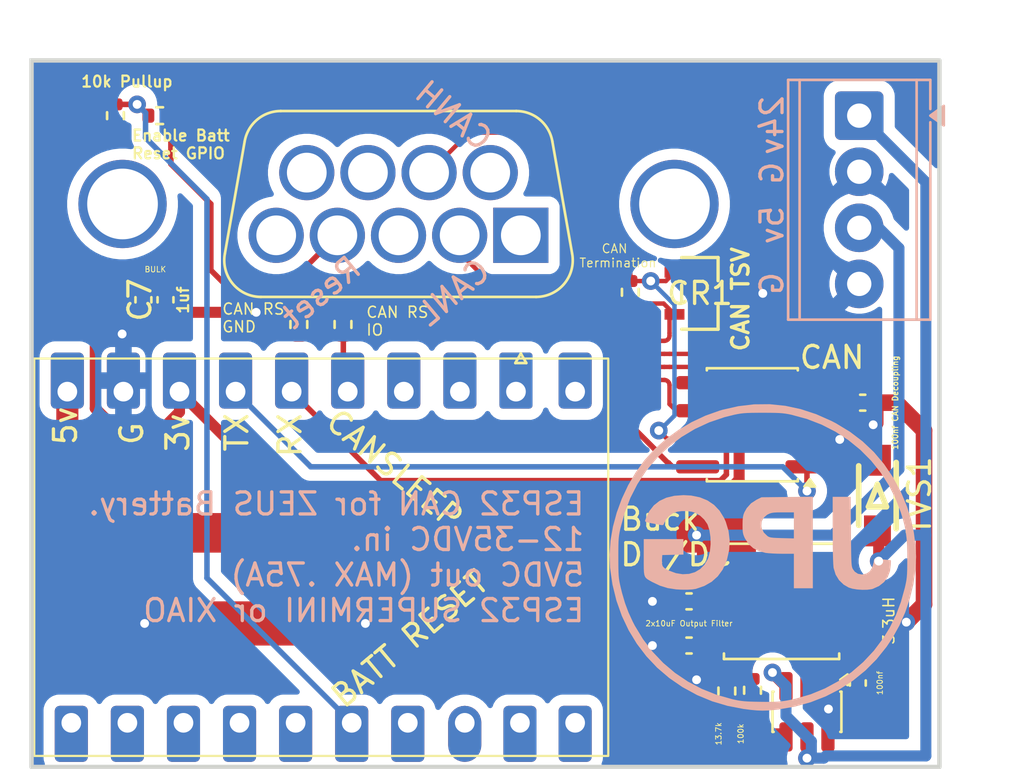
<source format=kicad_pcb>
(kicad_pcb (version 20241229) (generator "pcbnew") (generator_version "9.0")
  (layers (0 "F.Cu" signal) (2 "B.Cu" signal) (13 "F.Paste" user) (15 "B.Paste" user) (5 "F.SilkS" user "F.Silkscreen") (7 "B.SilkS" user "B.Silkscreen") (1 "F.Mask" user) (3 "B.Mask" user) (25 "Edge.Cuts" user))
  (net 0 "")
  (net 8 "Net-(U1-GPIO3)")
  (net 11 "GND")
  (net 12 "Net-(U1-GPIO18)")
  (net 16 "Net-(U1-3v3)")
  (net 23 "Net-(U2-Rs)")
  (net 24 "Net-(J2-Pin_1)")
  (net 25 "Net-(U3-SW)")
  (net 26 "Net-(U3-CB)")
  (net 27 "Net-(J1-Pad4)")
  (net 28 "Net-(U3-FB)")
  (net 29 "/CAN -")
  (net 30 "/CAN +")
  (net 31 "Net-(U1-GPIO20)")
  (net 33 "Net-(U1-GPIO19)")
  (net 35 "Net-(J2-Pin_3)")
  (footprint "Resistor_SMD:R_0402_1005Metric" (layer "F.Cu") (at 123.985387 57.457654 90)
    (property "Reference" "R2" (hide yes))
    (property "Value" "0R C17168")
    (pad "1" smd roundrect (at -0.51 0 90) (size 0.54 0.64) (layers "F.Cu" "F.Mask" "F.Paste") (net 23 "Net-(U2-Rs)"))
    (pad "2" smd roundrect (at 0.51 0 90) (size 0.54 0.64) (layers "F.Cu" "F.Mask" "F.Paste") (net 11 "GND"))
  )
  (footprint "Capacitor_SMD:C_0402_1005Metric_Pad0.74x0.62mm_HandSolder" (layer "F.Cu") (at 149.525 61 180)
    (property "Reference" "C6" (hide yes))
    (property "Value" "100nf" (hide yes))
    (pad "1" smd roundrect (at -0.5675 0 180) (size 0.735 0.62) (layers "F.Cu" "F.Mask" "F.Paste") (net 11 "GND"))
    (pad "2" smd roundrect (at 0.5675 0 180) (size 0.735 0.62) (layers "F.Cu" "F.Mask" "F.Paste") (net 16 "Net-(U1-3v3)"))
  )
  (footprint "Resistor_SMD:R_0402_1005Metric" (layer "F.Cu") (at 117.68 48)
    (property "Reference" "R5" (hide yes))
    (property "Value" "0R C17168")
    (pad "1" smd roundrect (at -0.51 0) (size 0.54 0.64) (layers "F.Cu" "F.Mask" "F.Paste") (net 8 "Net-(U1-GPIO3)"))
    (pad "2" smd roundrect (at 0.51 0) (size 0.54 0.64) (layers "F.Cu" "F.Mask" "F.Paste") (net 27 "Net-(J1-Pad4)"))
  )
  (footprint "Capacitor_SMD:C_0402_1005Metric_Pad0.74x0.62mm_HandSolder" (layer "F.Cu") (at 116.945985 56.339791 90)
    (property "Reference" "C4" (hide yes))
    (property "Value" "1uf" (at -0.013504 1.796712 90) (layer "F.SilkS") (effects (font (size 0.5 0.5) (thickness 0.1) (bold yes))))
    (pad "1" smd roundrect (at -0.5675 0 90) (size 0.735 0.62) (layers "F.Cu" "F.Mask" "F.Paste") (net 11 "GND"))
    (pad "2" smd roundrect (at 0.5675 0 90) (size 0.735 0.62) (layers "F.Cu" "F.Mask" "F.Paste") (net 16 "Net-(U1-3v3)"))
  )
  (footprint "Inductor_SMD:L_APV_ANR5040" (layer "F.Cu") (at 145.85 70)
    (property "Reference" "L1" (hide yes))
    (property "Value" "3.3uH C2849498" (hide yes))
    (pad "1" smd roundrect (at -1.85 0) (size 1.4 4.2) (layers "F.Cu" "F.Mask" "F.Paste") (roundrect_rratio 0.178571) (net 35 "Net-(J2-Pin_3)"))
    (pad "2" smd roundrect (at 1.85 0) (size 1.4 4.2) (layers "F.Cu" "F.Mask" "F.Paste") (roundrect_rratio 0.178571) (net 25 "Net-(U3-SW)"))
  )
  (footprint "Resistor_SMD:R_0402_1005Metric" (layer "F.Cu") (at 143.370781 74.059833 -90)
    (property "Reference" "R8" (hide yes))
    (property "Value" "13.7K C25854" (hide yes))
    (pad "1" smd roundrect (at -0.51 0 270) (size 0.54 0.64) (layers "F.Cu" "F.Mask" "F.Paste") (net 11 "GND"))
    (pad "2" smd roundrect (at 0.51 0 270) (size 0.54 0.64) (layers "F.Cu" "F.Mask" "F.Paste") (net 28 "Net-(U3-FB)"))
  )
  (footprint "Capacitor_SMD:C_0402_1005Metric_Pad0.74x0.62mm_HandSolder" (layer "F.Cu") (at 141.658883 72 180)
    (property "Reference" "C5" (hide yes))
    (property "Value" "10uf C15525" (hide yes))
    (fp_text user "2x10uF Output Filter" (at 0 1 0) (layer "F.SilkS") (effects (font (size 0.25 0.25) (thickness 0.04))))
    (pad "1" smd roundrect (at -0.5675 0 180) (size 0.735 0.62) (layers "F.Cu" "F.Mask" "F.Paste") (net 35 "Net-(J2-Pin_3)"))
    (pad "2" smd roundrect (at 0.5675 0 180) (size 0.735 0.62) (layers "F.Cu" "F.Mask" "F.Paste") (net 11 "GND"))
  )
  (footprint "Capacitor_SMD:C_0402_1005Metric_Pad0.74x0.62mm_HandSolder" (layer "F.Cu") (at 149.302617 73.697383 -90)
    (property "Reference" "C2" (hide yes))
    (property "Value" "100nf" (hide yes))
    (fp_text user "100nf" (at 0 -1 90) (layer "F.SilkS") (effects (font (size 0.25 0.25) (thickness 0.04))))
    (pad "1" smd roundrect (at -0.5675 0 270) (size 0.735 0.62) (layers "F.Cu" "F.Mask" "F.Paste") (net 25 "Net-(U3-SW)"))
    (pad "2" smd roundrect (at 0.5675 0 270) (size 0.735 0.62) (layers "F.Cu" "F.Mask" "F.Paste") (net 26 "Net-(U3-CB)"))
  )
  (footprint "JPGIndustriesCustom:SUPERMINI-ESP32C6-DIP" (layer "F.Cu") (at 112 77 90)
    (property "Reference" "U1" (hide yes))
    (property "Value" "XIAO-ESP32-C6/SUPERMini" (hide yes))
    (pad "1" thru_hole roundrect (at 16.5 1.5 90) (size 2.54 1.5) (drill 0.89 (offset 0.5 0)) (layers "*.Cu" "*.Mask") (roundrect_rratio 0.15) (net 35 "Net-(J2-Pin_3)"))
    (pad "2" thru_hole roundrect (at 16.5 4.04 90) (size 2.54 1.5) (drill 0.89 (offset 0.5 0)) (layers "*.Cu" "*.Mask") (roundrect_rratio 0.15) (net 11 "GND"))
    (pad "3" thru_hole roundrect (at 16.5 6.58 90) (size 2.54 1.5) (drill 0.89 (offset 0.5 0)) (layers "*.Cu" "*.Mask") (roundrect_rratio 0.15) (net 16 "Net-(U1-3v3)"))
    (pad "4" thru_hole roundrect (at 16.5 9.12 90) (size 2.54 1.5) (drill 0.89 (offset 0.5 0)) (layers "*.Cu" "*.Mask") (roundrect_rratio 0.15) (net 31 "Net-(U1-GPIO20)"))
    (pad "5" thru_hole roundrect (at 16.5 11.66 90) (size 2.54 1.5) (drill 0.89 (offset 0.5 0)) (layers "*.Cu" "*.Mask") (roundrect_rratio 0.15) (net 33 "Net-(U1-GPIO19)"))
    (pad "6" thru_hole roundrect (at 16.5 14.2 90) (size 2.54 1.5) (drill 0.89 (offset 0.5 0)) (layers "*.Cu" "*.Mask") (roundrect_rratio 0.15) (net 12 "Net-(U1-GPIO18)"))
    (pad "7" thru_hole roundrect (at 16.5 16.74 90) (size 2.54 1.5) (drill 0.89 (offset 0.5 0)) (layers "*.Cu" "*.Mask") (roundrect_rratio 0.15))
    (pad "8" thru_hole roundrect (at 16.5 19.28 90) (size 2.54 1.5) (drill 0.89 (offset 0.5 0)) (layers "*.Cu" "*.Mask") (roundrect_rratio 0.15))
    (pad "9" thru_hole roundrect (at 16.5 21.82 90) (size 2.54 1.5) (drill 0.89 (offset 0.5 0)) (layers "*.Cu" "*.Mask") (roundrect_rratio 0.1))
    (pad "10" thru_hole roundrect (at 16.5 24.5 90) (size 2.54 1.5) (drill 0.89 (offset 0.5 0)) (layers "*.Cu" "*.Mask") (roundrect_rratio 0.15))
    (pad "11" thru_hole roundrect (at 1.5 1.68 90) (size 2.54 1.5) (drill 0.89 (offset -0.5 0)) (layers "*.Cu" "*.Mask") (roundrect_rratio 0.15))
    (pad "12" thru_hole roundrect (at 1.5 4.22 90) (size 2.54 1.5) (drill 0.89 (offset -0.5 0)) (layers "*.Cu" "*.Mask") (roundrect_rratio 0.15))
    (pad "13" thru_hole roundrect (at 1.5 6.76 90) (size 2.54 1.5) (drill 0.89 (offset -0.5 0)) (layers "*.Cu" "*.Mask") (roundrect_rratio 0.15))
    (pad "14" thru_hole roundrect (at 1.5 9.3 90) (size 2.54 1.5) (drill 0.89 (offset -0.5 0)) (layers "*.Cu" "*.Mask") (roundrect_rratio 0.15))
    (pad "15" thru_hole roundrect (at 1.5 11.84 90) (size 2.54 1.5) (drill 0.89 (offset -0.5 0)) (layers "*.Cu" "*.Mask") (roundrect_rratio 0.15))
    (pad "16" thru_hole roundrect (at 1.5 14.38 90) (size 2.54 1.5) (drill 0.89 (offset -0.5 0)) (layers "*.Cu" "*.Mask") (roundrect_rratio 0.15) (net 8 "Net-(U1-GPIO3)"))
    (pad "17" thru_hole roundrect (at 1.5 16.92 90) (size 2.54 1.5) (drill 0.89 (offset -0.5 0)) (layers "*.Cu" "*.Mask") (roundrect_rratio 0.15))
    (pad "18" thru_hole roundrect (at 1.5 19.5 90) (size 2.54 1.5) (drill 0.89 (offset -0.5 0)) (layers "*.Cu" "*.Mask") (roundrect_rratio 0.5))
    (pad "19" thru_hole roundrect (at 1.5 22 90) (size 2.54 1.5) (drill 0.89 (offset -0.5 0)) (layers "*.Cu" "*.Mask") (roundrect_rratio 0.15))
    (pad "20" thru_hole roundrect (at 1.5 24.5 90) (size 2.54 1.5) (drill 0.89 (offset -0.5 0)) (layers "*.Cu" "*.Mask") (roundrect_rratio 0.15))
  )
  (footprint "Resistor_SMD:R_0402_1005Metric" (layer "F.Cu") (at 144.534671 74.02634 90)
    (property "Reference" "R7" (hide yes))
    (property "Value" "100K C25741" (hide yes))
    (pad "1" smd roundrect (at -0.51 0 90) (size 0.54 0.64) (layers "F.Cu" "F.Mask" "F.Paste") (net 28 "Net-(U3-FB)"))
    (pad "2" smd roundrect (at 0.51 0 90) (size 0.54 0.64) (layers "F.Cu" "F.Mask" "F.Paste") (net 35 "Net-(J2-Pin_3)"))
  )
  (footprint "Resistor_SMD:R_0402_1005Metric" (layer "F.Cu") (at 115.68 48 -90)
    (property "Reference" "R6" (hide yes))
    (property "Value" "10K C25744")
    (pad "1" smd roundrect (at -0.51 0 270) (size 0.54 0.64) (layers "F.Cu" "F.Mask" "F.Paste") (net 8 "Net-(U1-GPIO3)"))
    (pad "2" smd roundrect (at 0.51 0 270) (size 0.54 0.64) (layers "F.Cu" "F.Mask" "F.Paste") (net 16 "Net-(U1-3v3)"))
  )
  (footprint "Capacitor_SMD:C_0402_1005Metric_Pad0.74x0.62mm_HandSolder" (layer "F.Cu") (at 117.945985 56.339791 90)
    (property "Reference" "C7" (at 0 -1.16 90) (layer "F.SilkS"))
    (property "Value" "1uf C52923" (hide yes))
    (pad "1" smd roundrect (at -0.5675 0 90) (size 0.735 0.62) (layers "F.Cu" "F.Mask" "F.Paste") (net 11 "GND"))
    (pad "2" smd roundrect (at 0.5675 0 90) (size 0.735 0.62) (layers "F.Cu" "F.Mask" "F.Paste") (net 16 "Net-(U1-3v3)"))
  )
  (footprint "Resistor_SMD:R_0402_1005Metric" (layer "F.Cu") (at 139 56 -90)
    (property "Reference" "R3" (hide yes))
    (property "Value" "120R C25079" (hide yes))
    (pad "1" smd roundrect (at -0.51 0 270) (size 0.54 0.64) (layers "F.Cu" "F.Mask" "F.Paste") (net 30 "/CAN +"))
    (pad "2" smd roundrect (at 0.51 0 270) (size 0.54 0.64) (layers "F.Cu" "F.Mask" "F.Paste") (net 29 "/CAN -"))
  )
  (footprint "Package_SO:SOIC-8_3.9x4.9mm_P1.27mm" (layer "F.Cu") (at 144.525 62 180)
    (property "Reference" "U2" (hide yes))
    (property "Value" "SN65HVD230DR" (hide yes))
    (pad "1" smd roundrect (at -2.475 -1.905 180) (size 1.95 0.6) (layers "F.Cu" "F.Mask" "F.Paste") (net 31 "Net-(U1-GPIO20)"))
    (pad "2" smd roundrect (at -2.475 -0.635 180) (size 1.95 0.6) (layers "F.Cu" "F.Mask" "F.Paste") (net 11 "GND"))
    (pad "3" smd roundrect (at -2.475 0.635 180) (size 1.95 0.6) (layers "F.Cu" "F.Mask" "F.Paste") (net 16 "Net-(U1-3v3)"))
    (pad "4" smd roundrect (at -2.475 1.905 180) (size 1.95 0.6) (layers "F.Cu" "F.Mask" "F.Paste") (net 33 "Net-(U1-GPIO19)"))
    (pad "5" smd roundrect (at 2.475 1.905 180) (size 1.95 0.6) (layers "F.Cu" "F.Mask" "F.Paste"))
    (pad "6" smd roundrect (at 2.475 0.635 180) (size 1.95 0.6) (layers "F.Cu" "F.Mask" "F.Paste") (net 29 "/CAN -"))
    (pad "7" smd roundrect (at 2.475 -0.635 180) (size 1.95 0.6) (layers "F.Cu" "F.Mask" "F.Paste") (net 30 "/CAN +"))
    (pad "8" smd roundrect (at 2.475 -1.905 180) (size 1.95 0.6) (layers "F.Cu" "F.Mask" "F.Paste") (net 23 "Net-(U2-Rs)"))
  )
  (footprint "Resistor_SMD:R_0402_1005Metric" (layer "F.Cu") (at 125.985387 57.457654 -90)
    (property "Reference" "R1" (hide yes))
    (property "Value" "0R C17168")
    (pad "1" smd roundrect (at -0.51 0 270) (size 0.54 0.64) (layers "F.Cu" "F.Mask" "F.Paste") (net 23 "Net-(U2-Rs)"))
    (pad "2" smd roundrect (at 0.51 0 270) (size 0.54 0.64) (layers "F.Cu" "F.Mask" "F.Paste") (net 12 "Net-(U1-GPIO18)"))
  )
  (footprint "Connector_Dsub:DSUB-9_Pins_Vertical_P2.77x2.84mm_MountingHoles" (layer "F.Cu") (at 134.04 53.42 180)
    (property "Reference" "J1")
    (property "Value" "DE9_Pins")
    (pad "0" thru_hole circle (at -6.96 1.42 180) (size 4 4) (drill 3.2) (layers "*.Cu" "*.Mask"))
    (pad "0" thru_hole circle (at 18.04 1.42 180) (size 4 4) (drill 3.2) (layers "*.Cu" "*.Mask"))
    (pad "1" thru_hole rect (at 0 0 180) (size 2.5 2.5) (drill 1.8) (layers "*.Cu" "*.Mask"))
    (pad "2" thru_hole circle (at 2.77 0 180) (size 2.5 2.5) (drill 1.8) (layers "*.Cu" "*.Mask") (net 29 "/CAN -"))
    (pad "3" thru_hole circle (at 5.54 0 180) (size 2.5 2.5) (drill 1.8) (layers "*.Cu" "*.Mask"))
    (pad "4" thru_hole circle (at 8.31 0 180) (size 2.5 2.5) (drill 1.8) (layers "*.Cu" "*.Mask") (net 27 "Net-(J1-Pad4)"))
    (pad "5" thru_hole circle (at 11.08 0 180) (size 2.5 2.5) (drill 1.8) (layers "*.Cu" "*.Mask"))
    (pad "6" thru_hole circle (at 1.385 2.84 180) (size 2.5 2.5) (drill 1.8) (layers "*.Cu" "*.Mask"))
    (pad "7" thru_hole circle (at 4.155 2.84 180) (size 2.5 2.5) (drill 1.8) (layers "*.Cu" "*.Mask") (net 30 "/CAN +"))
    (pad "8" thru_hole circle (at 6.925 2.84 180) (size 2.5 2.5) (drill 1.8) (layers "*.Cu" "*.Mask"))
    (pad "9" thru_hole circle (at 9.695 2.84 180) (size 2.5 2.5) (drill 1.8) (layers "*.Cu" "*.Mask"))
  )
  (footprint "JPGIndustriesCustom:TVS SOD-123FL_L3.0-W1.8-LS3.7-RD C918843" (layer "F.Cu") (at 150.192818 65.207182 -90)
    (property "Reference" "TVS1" (at 0 -1.9005 90) (layer "F.SilkS"))
    (property "Value" "24v TVS C918843" (hide yes))
    (pad "1" smd rect (at -1.6 0 270) (size 1.4 1.219) (layers "F.Cu" "F.Mask" "F.Paste") (net 11 "GND"))
    (pad "2" smd rect (at 1.6 0 270) (size 1.4 1.219) (layers "F.Cu" "F.Mask" "F.Paste") (net 24 "Net-(J2-Pin_1)"))
  )
  (footprint "PESD:SOT23_PESD1_NEX" (layer "F.Cu") (at 142.14935 56.049999)
    (property "Reference" "CR1" (at 0 0 0) (layer "F.SilkS"))
    (property "Value" "PESD1CAN_215 C284094" (hide yes))
    (fp_text user "*" (at -1.40335 -2.5756 0) (layer "F.SilkS"))
    (fp_text user "*" (at -1.40335 -2.5756 0) (layer "F.SilkS"))
    (pad "1" smd rect (at -1.14935 -0.950001) (size 0.9017 0.4826) (layers "F.Cu" "F.Mask" "F.Paste") (net 30 "/CAN +"))
    (pad "2" smd rect (at -1.14935 0.950001) (size 0.9017 0.4826) (layers "F.Cu" "F.Mask" "F.Paste") (net 29 "/CAN -"))
    (pad "3" smd rect (at 1.14935 0) (size 0.9017 0.4826) (layers "F.Cu" "F.Mask" "F.Paste") (net 11 "GND"))
  )
  (footprint "Package_TO_SOT_SMD:SOT-23-6" (layer "F.Cu") (at 147 75 -90)
    (property "Reference" "U3" (hide yes))
    (property "Value" "LMR51430YDDCR" (hide yes))
    (pad "1" smd roundrect (at -1.1375 -0.95 270) (size 1.325 0.6) (layers "F.Cu" "F.Mask" "F.Paste") (net 11 "GND"))
    (pad "2" smd roundrect (at -1.1375 0 270) (size 1.325 0.6) (layers "F.Cu" "F.Mask" "F.Paste") (net 25 "Net-(U3-SW)"))
    (pad "3" smd roundrect (at -1.1375 0.95 270) (size 1.325 0.6) (layers "F.Cu" "F.Mask" "F.Paste") (net 24 "Net-(J2-Pin_1)"))
    (pad "4" smd roundrect (at 1.1375 0.95 270) (size 1.325 0.6) (layers "F.Cu" "F.Mask" "F.Paste") (net 28 "Net-(U3-FB)"))
    (pad "5" smd roundrect (at 1.1375 0 270) (size 1.325 0.6) (layers "F.Cu" "F.Mask" "F.Paste") (net 24 "Net-(J2-Pin_1)"))
    (pad "6" smd roundrect (at 1.1375 -0.95 270) (size 1.325 0.6) (layers "F.Cu" "F.Mask" "F.Paste") (net 26 "Net-(U3-CB)"))
  )
  (footprint "Capacitor_SMD:C_0402_1005Metric_Pad0.74x0.62mm_HandSolder" (layer "F.Cu") (at 141.658883 70 180)
    (property "Reference" "C3" (hide yes))
    (property "Value" "10uf C15525" (hide yes))
    (pad "1" smd roundrect (at -0.5675 0 180) (size 0.735 0.62) (layers "F.Cu" "F.Mask" "F.Paste") (net 35 "Net-(J2-Pin_3)"))
    (pad "2" smd roundrect (at 0.5675 0 180) (size 0.735 0.62) (layers "F.Cu" "F.Mask" "F.Paste") (net 11 "GND"))
  )
  (footprint "TerminalBlock_Phoenix:TerminalBlock_Phoenix_MPT-0,5-4-2.54_1x04_P2.54mm_Horizontal" (layer "B.Cu") (at 149.3675 48 -90)
    (property "Reference" "J2" (hide yes))
    (property "Value" "Screw_Terminal_01x04")
    (pad "1" thru_hole roundrect (at 0 0 270) (size 2.2 2.2) (drill 1.1) (layers "*.Cu" "*.Mask") (roundrect_rratio 0.113636) (net 24 "Net-(J2-Pin_1)"))
    (pad "2" thru_hole circle (at 2.54 0 270) (size 2.2 2.2) (drill 1.1) (layers "*.Cu" "*.Mask") (net 11 "GND"))
    (pad "3" thru_hole circle (at 5.08 0 270) (size 2.2 2.2) (drill 1.1) (layers "*.Cu" "*.Mask") (net 35 "Net-(J2-Pin_3)"))
    (pad "4" thru_hole circle (at 7.62 0 270) (size 2.2 2.2) (drill 1.1) (layers "*.Cu" "*.Mask") (net 11 "GND"))
  )
  (footprint "LOGO" (layer "B.Cu") (at 145 68 180)
    (property "Reference" "G***" (hide yes))
    (property "Value" "LOGO" (hide yes))
  )
  (gr_rect (start 111.8793 45.5) (end 153 77.5) (stroke (width 0.2)) (fill no) (layer "Edge.Cuts"))
  (gr_text "10k Pullup" (at 114.075 46.75 0) (layer "F.SilkS") (effects (font (size 0.5 0.5) (thickness 0.1) (bold yes)) (justify left bottom)))
  (gr_text "Enable Batt \nReset GPIO" (at 116.373629 50 0) (layer "F.SilkS") (effects (font (size 0.5 0.5) (thickness 0.1) (bold yes)) (justify left bottom)))
  (gr_text "BATT RESET\n" (at 126 75 40) (layer "F.SilkS") (effects (font (size 1 1)) (justify left bottom)))
  (gr_text "100k" (at 144 76 90) (layer "F.SilkS") (effects (font (size 0.25 0.25) (thickness 0.04))))
  (gr_text "CAN\n" (at 146.585 59.535 0) (layer "F.SilkS") (effects (font (size 1 1)) (justify left bottom)))
  (gr_text "RX" (at 124.168064 63.548064 90) (layer "F.SilkS") (effects (font (size 1 1)) (justify left bottom)))
  (gr_text "CAN RS \nGND" (at 120.474927 57.854557 0) (layer "F.SilkS") (effects (font (size 0.5 0.5) (thickness 0.07)) (justify left bottom)))
  (gr_text "13.7k" (at 143 76 90) (layer "F.SilkS") (effects (font (size 0.25 0.25) (thickness 0.04))))
  (gr_text "G" (at 117 63 90) (layer "F.SilkS") (effects (font (size 1 1)) (justify left bottom)))
  (gr_text "TX" (at 121.761556 63.300764 90) (layer "F.SilkS") (effects (font (size 1 1)) (justify left bottom)))
  (gr_text "CAN TSV" (at 144.43 58.75 90) (layer "F.SilkS") (effects (font (size 0.75 0.75)) (justify left bottom)))
  (gr_text "CAN RS \nIO" (at 127 58 0) (layer "F.SilkS") (effects (font (size 0.5 0.5) (thickness 0.07)) (justify left bottom)))
  (gr_text "CANSLEEP" (at 125 62 320) (layer "F.SilkS") (effects (font (size 1 1)) (justify left bottom)))
  (gr_text "BULK" (at 117.485985 54.962424 0) (layer "F.SilkS") (effects (font (size 0.25 0.25) (thickness 0.04))))
  (gr_text "3v" (at 119.090055 63.30961 90) (layer "F.SilkS") (effects (font (size 1 1)) (justify left bottom)))
  (gr_text "Buck\nDC/DC" (at 138.458726 68.470359 0) (layer "F.SilkS") (effects (font (size 1 1)) (justify left bottom)))
  (gr_text "100nf CAN Decoupling\n" (at 151 61 90) (layer "F.SilkS") (effects (font (size 0.25 0.25) (thickness 0.0525) (bold yes))))
  (gr_text "5v" (at 114 63 90) (layer "F.SilkS") (effects (font (size 1 1)) (justify left bottom)))
  (gr_text "3.3uH\n" (at 151 72 90) (layer "F.SilkS") (effects (font (size 0.5 0.5) (thickness 0.07)) (justify left bottom)))
  (gr_text "CAN \nTermination" (at 138.437732 54.346063 0) (layer "F.SilkS") (effects (font (size 0.4 0.4) (thickness 0.05))))
  (gr_text "G" (at 146 50 90) (layer "B.SilkS") (effects (font (size 1 1)) (justify left bottom mirror)))
  (gr_text "24v" (at 146 47 90) (layer "B.SilkS") (effects (font (size 1 1)) (justify left bottom mirror)))
  (gr_text "5v\n" (at 146 52 90) (layer "B.SilkS") (effects (font (size 1 1)) (justify left bottom mirror)))
  (gr_text "CANH" (at 131 48 320) (layer "B.SilkS") (effects (font (size 1 1)) (justify mirror)))
  (gr_text "G" (at 146 55 90) (layer "B.SilkS") (effects (font (size 1 1)) (justify left bottom mirror)))
  (gr_text "ESP32 CAN for ZEUS Battery. \n12-35VDC in. \n5VDC out (MAX .75A)\nESP32 SUPERMINI or XIAO" (at 137 71 0) (layer "B.SilkS") (effects (font (size 1 1)) (justify left bottom mirror)))
  (gr_text "Reset" (at 125 56 40) (layer "B.SilkS") (effects (font (size 1 1)) (justify mirror)))
  (gr_text "CANL" (at 131 56 40) (layer "B.SilkS") (effects (font (size 1 1)) (justify mirror)))
  (segment (start 116.66 47.49) (end 117.17 48) (width 0.25) (layer "F.Cu") (net 8))
  (segment (start 115.68 47.49) (end 116.66 47.49) (width 0.25) (layer "F.Cu") (net 8))
  (via (at 116.66 47.49) (size 0.8) (drill 0.4) (layers "F.Cu" "B.Cu") (net 8))
  (segment (start 117.0421 47.8721) (end 117.0421 49) (width 0.25) (layer "B.Cu") (net 8))
  (segment (start 117.0421 49) (end 119.824154 51.782054) (width 0.25) (layer "B.Cu") (net 8))
  (segment (start 119.824154 68.944154) (end 126.38 75.5) (width 0.25) (layer "B.Cu") (net 8))
  (segment (start 116.66 47.49) (end 117.0421 47.8721) (width 0.25) (layer "B.Cu") (net 8))
  (segment (start 119.824154 51.782054) (end 119.824154 68.944154) (width 0.25) (layer "B.Cu") (net 8))
  (segment (start 150 63.414364) (end 150.192818 63.607182) (width 0.75) (layer "F.Cu") (net 11))
  (segment (start 150.0925 61.9075) (end 150 62) (width 0.75) (layer "F.Cu") (net 11))
  (segment (start 122.052734 56.907291) (end 117.945985 56.907291) (width 0.5) (layer "F.Cu") (net 11))
  (segment (start 140 72) (end 141.091383 72) (width 0.5) (layer "F.Cu") (net 11))
  (segment (start 152.301629 62.255379) (end 151.04625 61) (width 0.75) (layer "F.Cu") (net 11))
  (segment (start 150.0925 61) (end 150.0925 61.9075) (width 0.75) (layer "F.Cu") (net 11))
  (segment (start 147.95 73.8625) (end 147.95 74.851148) (width 0.7) (layer "F.Cu") (net 11))
  (segment (start 147.031187 62.666187) (end 147 62.635) (width 0.25) (layer "F.Cu") (net 11))
  (segment (start 123.945024 56.907291) (end 123.985387 56.947654) (width 0.5) (layer "F.Cu") (net 11))
  (segment (start 150 62) (end 150 63.414364) (width 0.75) (layer "F.Cu") (net 11))
  (segment (start 151.5 70.941215) (end 152.301629 70.139586) (width 0.75) (layer "F.Cu") (net 11))
  (segment (start 152.301629 70.139586) (end 152.301629 62.255379) (width 0.75) (layer "F.Cu") (net 11))
  (segment (start 148.937501 56.049999) (end 148.9875 56) (width 0.25) (layer "F.Cu") (net 11))
  (segment (start 115.981864 57.888236) (end 115.981864 57.871412) (width 0.5) (layer "F.Cu") (net 11))
  (segment (start 140 70) (end 141.091383 70) (width 0.5) (layer "F.Cu") (net 11))
  (segment (start 115.981864 57.871412) (end 116.945985 56.907291) (width 0.5) (layer "F.Cu") (net 11))
  (segment (start 142 73.549833) (end 143.370781 73.549833) (width 0.5) (layer "F.Cu") (net 11))
  (segment (start 116.945985 56.907291) (end 117.945985 56.907291) (width 0.5) (layer "F.Cu") (net 11))
  (segment (start 117 71) (end 127 71) (width 2) (layer "F.Cu") (net 11))
  (segment (start 149.3675 50.410625) (end 149.3675 50.54) (width 0.5) (layer "F.Cu") (net 11))
  (segment (start 145 56.049999) (end 143.2987 56.049999) (width 0.25) (layer "F.Cu") (net 11))
  (segment (start 122.052734 56.907291) (end 123.945024 56.907291) (width 0.5) (layer "F.Cu") (net 11))
  (segment (start 148.484867 62.666187) (end 147.031187 62.666187) (width 0.25) (layer "F.Cu") (net 11))
  (segment (start 151.04625 61) (end 150.0925 61) (width 0.75) (layer "F.Cu") (net 11))
  (segment (start 148.9875 56) (end 149.3675 55.62) (width 0.5) (layer "F.Cu") (net 11))
  (segment (start 115.981864 60.441864) (end 116.04 60.5) (width 0.5) (layer "F.Cu") (net 11))
  (segment (start 147.95 74.851148) (end 147.973852 74.875) (width 0.7) (layer "F.Cu") (net 11))
  (segment (start 115.981864 57.888236) (end 115.981864 60.441864) (width 0.5) (layer "F.Cu") (net 11))
  (via (at 148.484867 62.666187) (size 0.8) (drill 0.4) (layers "F.Cu" "B.Cu") (net 11))
  (via (at 140 72) (size 0.8) (drill 0.4) (layers "F.Cu" "B.Cu") (net 11))
  (via (at 150 62) (size 0.8) (drill 0.4) (layers "F.Cu" "B.Cu") (net 11))
  (via (at 145 56.049999) (size 0.8) (drill 0.4) (layers "F.Cu" "B.Cu") (net 11))
  (via (at 140 70) (size 0.8) (drill 0.4) (layers "F.Cu" "B.Cu") (net 11))
  (via (at 122.052734 56.907291) (size 0.8) (drill 0.4) (layers "F.Cu" "B.Cu") (net 11))
  (via (at 151.5 70.941215) (size 0.8) (drill 0.4) (layers "F.Cu" "B.Cu") (net 11))
  (via (at 115.981864 57.888236) (size 0.8) (drill 0.4) (layers "F.Cu" "B.Cu") (net 11))
  (via (at 127 71) (size 0.8) (drill 0.4) (layers "F.Cu" "B.Cu") (net 11))
  (via (at 147.973852 74.875) (size 0.8) (drill 0.4) (layers "F.Cu" "B.Cu") (net 11))
  (via (at 117 71) (size 0.8) (drill 0.4) (layers "F.Cu" "B.Cu") (net 11))
  (via (at 142 73.549833) (size 0.8) (drill 0.4) (layers "F.Cu" "B.Cu") (net 11))
  (segment (start 117 70.92) (end 117 71) (width 1) (layer "B.Cu") (net 11))
  (segment (start 126 60.3) (end 126.2 60.5) (width 0.25) (layer "F.Cu") (net 12))
  (segment (start 126 58.19) (end 126 60.3) (width 0.25) (layer "F.Cu") (net 12))
  (segment (start 126.2 59.2) (end 126 59) (width 0.25) (layer "B.Cu") (net 12))
  (segment (start 115.234443 56.719557) (end 114.943557 56.719557) (width 0.5) (layer "F.Cu") (net 16))
  (segment (start 118.58 61.42) (end 117 63) (width 0.5) (layer "F.Cu") (net 16))
  (segment (start 115.49 48.51) (end 115.68 48.51) (width 0.25) (layer "F.Cu") (net 16))
  (segment (start 114.943557 56.719557) (end 113.6553 55.4313) (width 0.5) (layer "F.Cu") (net 16))
  (segment (start 116.945985 55.772291) (end 117.945985 55.772291) (width 0.5) (layer "F.Cu") (net 16))
  (segment (start 116.507758 63) (end 114.764917 61.257159) (width 0.5) (layer "F.Cu") (net 16))
  (segment (start 147 61.365) (end 145.635 61.365) (width 0.5) (layer "F.Cu") (net 16))
  (segment (start 113 54.776) (end 113 51) (width 0.25) (layer "F.Cu") (net 16))
  (segment (start 145.635 61.365) (end 143.927 63.073) (width 0.5) (layer "F.Cu") (net 16))
  (segment (start 117 63) (end 116.507758 63) (width 0.5) (layer "F.Cu") (net 16))
  (segment (start 114.764917 61.257159) (end 114.764917 57.189083) (width 0.5) (layer "F.Cu") (net 16))
  (segment (start 123.187 65.107) (end 118.58 60.5) (width 0.5) (layer "F.Cu") (net 16))
  (segment (start 147.365 61) (end 147 61.365) (width 0.5) (layer "F.Cu") (net 16))
  (segment (start 143.314909 65.107) (end 123.187 65.107) (width 0.5) (layer "F.Cu") (net 16))
  (segment (start 114.977 56.977) (end 116.181709 55.772291) (width 0.5) (layer "F.Cu") (net 16))
  (segment (start 114.764917 57.189083) (end 114.977 56.977) (width 0.5) (layer "F.Cu") (net 16))
  (segment (start 114.977 56.977) (end 115.234443 56.719557) (width 0.5) (layer "F.Cu") (net 16))
  (segment (start 118.58 60.5) (end 118.58 61.42) (width 0.5) (layer "F.Cu") (net 16))
  (segment (start 116.181709 55.772291) (end 116.945985 55.772291) (width 0.5) (layer "F.Cu") (net 16))
  (segment (start 143.927 63.073) (end 143.927 64.49491) (width 0.5) (layer "F.Cu") (net 16))
  (segment (start 143.927 64.49491) (end 143.314909 65.107) (width 0.5) (layer "F.Cu") (net 16))
  (segment (start 113.6553 55.4313) (end 113 54.776) (width 0.25) (layer "F.Cu") (net 16))
  (segment (start 148.9575 61) (end 147.365 61) (width 0.5) (layer "F.Cu") (net 16))
  (segment (start 113 51) (end 115.49 48.51) (width 0.25) (layer "F.Cu") (net 16))
  (segment (start 140.726 63.726) (end 140.69928 63.726) (width 0.25) (layer "F.Cu") (net 23))
  (segment (start 125.005387 56.947654) (end 123.985387 57.967654) (width 0.25) (layer "F.Cu") (net 23))
  (segment (start 140.905 63.905) (end 140.726 63.726) (width 0.25) (layer "F.Cu") (net 23))
  (segment (start 140.69928 63.726) (end 140.274 63.30072) (width 0.25) (layer "F.Cu") (net 23))
  (segment (start 142.05 63.905) (end 140.905 63.905) (width 0.25) (layer "F.Cu") (net 23))
  (segment (start 126.726283 56.947654) (end 125.985387 56.947654) (width 0.25) (layer "F.Cu") (net 23))
  (segment (start 140.274 63.274) (end 138.275313 61.275313) (width 0.25) (layer "F.Cu") (net 23))
  (segment (start 138.275313 57.651689) (end 127.430318 57.651689) (width 0.25) (layer "F.Cu") (net 23))
  (segment (start 138.275313 61.275313) (end 138.275313 57.651689) (width 0.25) (layer "F.Cu") (net 23))
  (segment (start 140.274 63.30072) (end 140.274 63.274) (width 0.25) (layer "F.Cu") (net 23))
  (segment (start 125.985387 56.947654) (end 125.005387 56.947654) (width 0.25) (layer "F.Cu") (net 23))
  (segment (start 127.430318 57.651689) (end 126.726283 56.947654) (width 0.25) (layer "F.Cu") (net 23))
  (segment (start 150.249337 68.175654) (end 150.249337 66.863701) (width 0.5) (layer "F.Cu") (net 24))
  (segment (start 150.249337 66.863701) (end 150.192818 66.807182) (width 0.5) (layer "F.Cu") (net 24))
  (segment (start 145.437349 73.221863) (end 145.437349 73.249849) (width 0.5) (layer "F.Cu") (net 24))
  (segment (start 145.437349 73.249849) (end 146.05 73.8625) (width 0.5) (layer "F.Cu") (net 24))
  (segment (start 147 77.1) (end 147 76.1375) (width 0.5) (layer "F.Cu") (net 24))
  (via (at 147 77.1) (size 0.8) (drill 0.4) (layers "F.Cu" "B.Cu") (net 24))
  (via (at 145.437349 73.221863) (size 0.8) (drill 0.4) (layers "F.Cu" "B.Cu") (net 24))
  (via (at 150.249337 68.175654) (size 0.8) (drill 0.4) (layers "F.Cu" "B.Cu") (net 24))
  (segment (start 146.05 73.834514) (end 146.05 75.1875) (width 0.5) (layer "B.Cu") (net 24))
  (segment (start 145.437349 73.221863) (end 146.05 73.834514) (width 0.5) (layer "B.Cu") (net 24))
  (segment (start 151.424991 67) (end 150.249337 68.175654) (width 0.5) (layer "B.Cu") (net 24))
  (segment (start 147 77.1) (end 147.7625 77.1) (width 0.5) (layer "B.Cu") (net 24))
  (segment (start 147.8625 77) (end 152.384921 77) (width 0.5) (layer "B.Cu") (net 24))
  (segment (start 147.7625 77.1) (end 147.8625 77) (width 0.5) (layer "B.Cu") (net 24))
  (segment (start 152.384921 51.017421) (end 149.3675 48) (width 0.5) (layer "B.Cu") (net 24))
  (segment (start 147.19877 76.90123) (end 147 77.1) (width 0.5) (layer "B.Cu") (net 24))
  (segment (start 146.05 75.1875) (end 147.19877 76.33627) (width 0.5) (layer "B.Cu") (net 24))
  (segment (start 152.384921 67) (end 152.384921 51.017421) (width 0.5) (layer "B.Cu") (net 24))
  (segment (start 147.19877 76.33627) (end 147.19877 76.90123) (width 0.5) (layer "B.Cu") (net 24))
  (segment (start 152.384921 77) (end 152.384921 67) (width 0.5) (layer "B.Cu") (net 24))
  (segment (start 152.384921 67) (end 151.424991 67) (width 0.5) (layer "B.Cu") (net 24))
  (segment (start 147.7 70) (end 148 70.3) (width 0.25) (layer "F.Cu") (net 25))
  (segment (start 147 70.7) (end 147 73.8625) (width 0.25) (layer "F.Cu") (net 25))
  (segment (start 148 72) (end 148.172734 72) (width 0.25) (layer "F.Cu") (net 25))
  (segment (start 148.172734 72) (end 149.302617 73.129883) (width 0.25) (layer "F.Cu") (net 25))
  (segment (start 148 70.3) (end 148 72) (width 0.25) (layer "F.Cu") (net 25))
  (segment (start 147.7 70) (end 147 70.7) (width 0.25) (layer "F.Cu") (net 25))
  (segment (start 149.302617 74.264883) (end 149.302617 74.784883) (width 0.25) (layer "F.Cu") (net 26))
  (segment (start 149.302617 74.784883) (end 147.95 76.1375) (width 0.25) (layer "F.Cu") (net 26))
  (segment (start 125.73 53.42) (end 123.558513 55.591487) (width 0.25) (layer "F.Cu") (net 27))
  (segment (start 120 55) (end 120 52) (width 0.25) (layer "F.Cu") (net 27))
  (segment (start 123.558513 55.591487) (end 120.591487 55.591487) (width 0.25) (layer "F.Cu") (net 27))
  (segment (start 118.19 50.19) (end 118.19 48) (width 0.25) (layer "F.Cu") (net 27))
  (segment (start 120.591487 55.591487) (end 120 55) (width 0.25) (layer "F.Cu") (net 27))
  (segment (start 120 52) (end 118.19 50.19) (width 0.25) (layer "F.Cu") (net 27))
  (segment (start 145.998331 76) (end 146.05 76.051669) (width 0.5) (layer "F.Cu") (net 28))
  (segment (start 144.534671 75.534671) (end 144.534671 74.53634) (width 0.5) (layer "F.Cu") (net 28))
  (segment (start 143.404274 74.53634) (end 143.370781 74.569833) (width 0.5) (layer "F.Cu") (net 28))
  (segment (start 145 76) (end 145.998331 76) (width 0.5) (layer "F.Cu") (net 28))
  (segment (start 145 76) (end 144.534671 75.534671) (width 0.5) (layer "F.Cu") (net 28))
  (segment (start 146.05 76.051669) (end 146.05 76.1375) (width 0.5) (layer "F.Cu") (net 28))
  (segment (start 144.534671 74.53634) (end 143.404274 74.53634) (width 0.5) (layer "F.Cu") (net 28))
  (segment (start 133.278123 56.129574) (end 133.512883 55.894815) (width 0.2) (layer "F.Cu") (net 29))
  (segment (start 142.004 59.144909) (end 142.004 59.026909) (width 0.2) (layer "F.Cu") (net 29))
  (segment (start 132.47103 55.408709) (end 131.27 54.207679) (width 0.2) (layer "F.Cu") (net 29))
  (segment (start 134.960144 56.014) (end 134.960144 56.346) (width 0.2) (layer "F.Cu") (net 29))
  (segment (start 139.78 58.200909) (end 140.538 58.200909) (width 0.2) (layer "F.Cu") (net 29))
  (segment (start 133.512882 55.662883) (end 133.454902 55.604902) (width 0.2) (layer "F.Cu") (net 29))
  (segment (start 140.538 58.790909) (end 139.78 58.790909) (width 0.2) (layer "F.Cu") (net 29))
  (segment (start 133.336107 56.419489) (end 133.278124 56.361506) (width 0.2) (layer "F.Cu") (net 29))
  (segment (start 136.369646 56.51) (end 135.944144 56.51) (width 0.2) (layer "F.Cu") (net 29))
  (segment (start 135.616144 57.17) (end 135.534144 57.17) (width 0.2) (layer "F.Cu") (net 29))
  (segment (start 133.454902 55.604902) (end 133.258709 55.408709) (width 0.2) (layer "F.Cu") (net 29))
  (segment (start 135.370144 56.674) (end 135.370144 56.346) (width 0.2) (layer "F.Cu") (net 29))
  (segment (start 134.36 56.51) (end 134.03473 56.18473) (width 0.2) (layer "F.Cu") (net 29))
  (segment (start 135.370144 56.346) (end 135.370144 56.014) (width 0.2) (layer "F.Cu") (net 29))
  (segment (start 133.802798 56.18473) (end 133.568037 56.419488) (width 0.2) (layer "F.Cu") (net 29))
  (segment (start 135.780144 56.674) (end 135.780144 57.006) (width 0.2) (layer "F.Cu") (net 29))
  (segment (start 133.258709 55.408709) (end 132.47103 55.408709) (width 0.2) (layer "F.Cu") (net 29))
  (segment (start 140.774 61.063999) (end 140.774 60.206909) (width 0.2) (layer "F.Cu") (net 29))
  (segment (start 131.27 54.207679) (end 131.27 53.42) (width 0.2) (layer "F.Cu") (net 29))
  (segment (start 137.525162 56.51) (end 139 56.51) (width 0.2) (layer "F.Cu") (net 29))
  (segment (start 135.206144 55.85) (end 135.124144 55.85) (width 0.2) (layer "F.Cu") (net 29))
  (segment (start 134.796144 56.51) (end 134.714144 56.51) (width 0.2) (layer "F.Cu") (net 29))
  (segment (start 134.714144 56.51) (end 134.36 56.51) (width 0.2) (layer "F.Cu") (net 29))
  (segment (start 140.51 56.51) (end 141 57) (width 0.2) (layer "F.Cu") (net 29))
  (segment (start 141.075001 61.365) (end 140.774 61.063999) (width 0.2) (layer "F.Cu") (net 29))
  (segment (start 136.369646 56.51) (end 137.525162 56.51) (width 0.2) (layer "F.Cu") (net 29))
  (segment (start 140.774 59.380909) (end 141.768 59.380909) (width 0.2) (layer "F.Cu") (net 29))
  (segment (start 139.78 59.380909) (end 140.538 59.380909) (width 0.2) (layer "F.Cu") (net 29))
  (segment (start 140.774 57.964909) (end 140.774 57.846909) (width 0.2) (layer "F.Cu") (net 29))
  (segment (start 140.774 58.790909) (end 140.538 58.790909) (width 0.2) (layer "F.Cu") (net 29))
  (segment (start 139 56.51) (end 140.51 56.51) (width 0.2) (layer "F.Cu") (net 29))
  (segment (start 140.538 59.380909) (end 140.774 59.380909) (width 0.2) (layer "F.Cu") (net 29))
  (segment (start 140.774 57.846909) (end 140.774 57.226) (width 0.2) (layer "F.Cu") (net 29))
  (segment (start 142.05 61.365) (end 141.075001 61.365) (width 0.2) (layer "F.Cu") (net 29))
  (segment (start 140.774 57.226) (end 141 57) (width 0.2) (layer "F.Cu") (net 29))
  (segment (start 139.544 58.554909) (end 139.544 58.436909) (width 0.2) (layer "F.Cu") (net 29))
  (segment (start 140.538 59.970909) (end 139.78 59.970909) (width 0.2) (layer "F.Cu") (net 29))
  (segment (start 141.768 58.790909) (end 140.774 58.790909) (width 0.2) (layer "F.Cu") (net 29))
  (segment (start 139.544 59.734909) (end 139.544 59.616909) (width 0.2) (layer "F.Cu") (net 29))
  (segment (start 135.370144 57.006) (end 135.370144 56.674) (width 0.2) (layer "F.Cu") (net 29))
  (arc (start 135.370144 56.014) (mid 135.32211 55.898034) (end 135.206144 55.85) (width 0.2) (layer "F.Cu") (net 29))
  (arc (start 135.124144 55.85) (mid 135.008178 55.898034) (end 134.960144 56.014) (width 0.2) (layer "F.Cu") (net 29))
  (arc (start 142.004 59.026909) (mid 141.934877 58.860032) (end 141.768 58.790909) (width 0.2) (layer "F.Cu") (net 29))
  (arc (start 139.544 59.616909) (mid 139.613123 59.450032) (end 139.78 59.380909) (width 0.2) (layer "F.Cu") (net 29))
  (arc (start 135.944144 56.51) (mid 135.828178 56.558034) (end 135.780144 56.674) (width 0.2) (layer "F.Cu") (net 29))
  (arc (start 140.538 58.200909) (mid 140.704877 58.131786) (end 140.774 57.964909) (width 0.2) (layer "F.Cu") (net 29))
  (arc (start 133.568037 56.419488) (mid 133.452072 56.467524) (end 133.336107 56.419489) (width 0.2) (layer "F.Cu") (net 29))
  (arc (start 134.03473 56.18473) (mid 133.918763 56.136694) (end 133.802798 56.18473) (width 0.2) (layer "F.Cu") (net 29))
  (arc (start 140.774 60.206909) (mid 140.704877 60.040032) (end 140.538 59.970909) (width 0.2) (layer "F.Cu") (net 29))
  (arc (start 139.544 58.436909) (mid 139.613123 58.270032) (end 139.78 58.200909) (width 0.2) (layer "F.Cu") (net 29))
  (arc (start 135.780144 57.006) (mid 135.73211 57.121966) (end 135.616144 57.17) (width 0.2) (layer "F.Cu") (net 29))
  (arc (start 135.534144 57.17) (mid 135.418178 57.121966) (end 135.370144 57.006) (width 0.2) (layer "F.Cu") (net 29))
  (arc (start 134.960144 56.346) (mid 134.91211 56.461966) (end 134.796144 56.51) (width 0.2) (layer "F.Cu") (net 29))
  (arc (start 133.278124 56.361506) (mid 133.230089 56.245541) (end 133.278123 56.129574) (width 0.2) (layer "F.Cu") (net 29))
  (arc (start 133.512883 55.894815) (mid 133.560917 55.778848) (end 133.512882 55.662883) (width 0.2) (layer "F.Cu") (net 29))
  (arc (start 141.768 59.380909) (mid 141.934877 59.311786) (end 142.004 59.144909) (width 0.2) (layer "F.Cu") (net 29))
  (arc (start 139.78 59.970909) (mid 139.613123 59.901786) (end 139.544 59.734909) (width 0.2) (layer "F.Cu") (net 29))
  (arc (start 139.78 58.790909) (mid 139.613123 58.721786) (end 139.544 58.554909) (width 0.2) (layer "F.Cu") (net 29))
  (segment (start 131.697547 48.767453) (end 133.548453 48.767453) (width 0.2) (layer "F.Cu") (net 30))
  (segment (start 139.923587 55.49) (end 140.609998 55.49) (width 0.2) (layer "F.Cu") (net 30))
  (segment (start 140.609998 55.49) (end 141 55.099998) (width 0.2) (layer "F.Cu") (net 30))
  (segment (start 140.660305 62.635) (end 142.002841 62.635) (width 0.2) (layer "F.Cu") (net 30))
  (segment (start 134.969715 50.878046) (end 139 54.908331) (width 0.2) (layer "F.Cu") (net 30))
  (segment (start 140.287937 62.262632) (end 140.660305 62.635) (width 0.2) (layer "F.Cu") (net 30))
  (segment (start 139 54.908331) (end 139 55.49) (width 0.2) (layer "F.Cu") (net 30))
  (segment (start 129.885 50.58) (end 131.697547 48.767453) (width 0.2) (layer "F.Cu") (net 30))
  (segment (start 133.548453 48.767453) (end 134.969715 50.188715) (width 0.2) (layer "F.Cu") (net 30))
  (segment (start 139.923587 55.49) (end 139 55.49) (width 0.2) (layer "F.Cu") (net 30))
  (segment (start 134.969715 50.188715) (end 134.969715 50.878046) (width 0.2) (layer "F.Cu") (net 30))
  (via (at 139.923587 55.49) (size 0.8) (drill 0.4) (layers "F.Cu" "B.Cu") (net 30))
  (via (at 140.287937 62.262632) (size 0.8) (drill 0.4) (layers "F.Cu" "B.Cu") (net 30))
  (segment (start 139.923587 55.49) (end 141 56.566413) (width 0.2) (layer "B.Cu") (net 30))
  (segment (start 140.322368 62.262632) (end 140.287937 62.262632) (width 0.2) (layer "B.Cu") (net 30))
  (segment (start 141 61.585) (end 140.322368 62.262632) (width 0.2) (layer "B.Cu") (net 30))
  (segment (start 141 56.566413) (end 141 61.585) (width 0.2) (layer "B.Cu") (net 30))
  (segment (start 147 65) (end 147 63.905) (width 0.25) (layer "F.Cu") (net 31))
  (via (at 147 65) (size 0.8) (drill 0.4) (layers "F.Cu" "B.Cu") (net 31))
  (segment (start 147 65) (end 145.905 63.905) (width 0.25) (layer "B.Cu") (net 31))
  (segment (start 124.525 63.905) (end 121.12 60.5) (width 0.25) (layer "B.Cu") (net 31))
  (segment (start 145.905 63.905) (end 124.525 63.905) (width 0.25) (layer "B.Cu") (net 31))
  (segment (start 143.351 62.769001) (end 143.351 64.256322) (width 0.25) (layer "F.Cu") (net 33))
  (segment (start 127.691 64.531) (end 123.66 60.5) (width 0.25) (layer "F.Cu") (net 33))
  (segment (start 147 60.095) (end 146.025001 60.095) (width 0.25) (layer "F.Cu") (net 33))
  (segment (start 143.351 64.256322) (end 143.076322 64.531) (width 0.25) (layer "F.Cu") (net 33))
  (segment (start 143.076322 64.531) (end 127.691 64.531) (width 0.25) (layer "F.Cu") (net 33))
  (segment (start 146.025001 60.095) (end 143.351 62.769001) (width 0.25) (layer "F.Cu") (net 33))
  (segment (start 142 67) (end 142.381268 67) (width 0.75) (layer "F.Cu") (net 35))
  (segment (start 113.5 60.5) (end 113.5 62.5) (width 1) (layer "F.Cu") (net 35))
  (segment (start 143.381268 68) (end 144 68) (width 0.75) (layer "F.Cu") (net 35))
  (segment (start 118 67) (end 141 67) (width 1) (layer "F.Cu") (net 35))
  (segment (start 113.5 62.5) (end 118 67) (width 1) (layer "F.Cu") (net 35))
  (segment (start 142.381268 67) (end 143.381268 68) (width 0.75) (layer "F.Cu") (net 35))
  (segment (start 141 67) (end 142 67) (width 0.75) (layer "F.Cu") (net 35))
  (via (at 142 67) (size 0.8) (drill 0.4) (layers "F.Cu" "B.Cu") (net 35))
  (segment (start 148.178355 67) (end 142 67) (width 0.5) (layer "B.Cu") (net 35))
  (segment (start 151.1659 54) (end 151.1659 64.012455) (width 0.5) (layer "B.Cu") (net 35))
  (segment (start 151.1659 64.012455) (end 148.178355 67) (width 0.5) (layer "B.Cu") (net 35))
  (segment (start 149.3675 53.08) (end 150.2459 53.08) (width 0.5) (layer "B.Cu") (net 35))
  (segment (start 151.1659 54) (end 150.2459 53.08) (width 0.5) (layer "B.Cu") (net 35))
  (zone (net 35) (net_name "Net-(J2-Pin_3)") (layer "F.Cu") (connect_pads yes (clearance 0.508)) (min_thickness 0.25) (fill yes (thermal_gap 0.5) (thermal_bridge_width 0.5) (island_removal_mode 1) (island_area_min 10))
    (polygon (pts (xy 144.683901 66) (xy 144.697481 72.224068) (xy 144.900596 73.736851) (xy 144.156302 73.721965) (xy 144 72.878588) (xy 141.974538 72.25) (xy 142.014959 67.791278) (xy 118.033539 67.791278) (xy 118 66)))
  )
  (zone (net 11) (net_name "GND") (layer "B.Cu") (priority 2) (connect_pads (clearance 0.508)) (min_thickness 0.25) (fill yes (thermal_gap 0.25) (thermal_bridge_width 0.75))
    (polygon (pts (xy 111.8793 45.5) (xy 111.8793 77.5) (xy 153 77.5) (xy 153 45.5)))
  )
)
</source>
